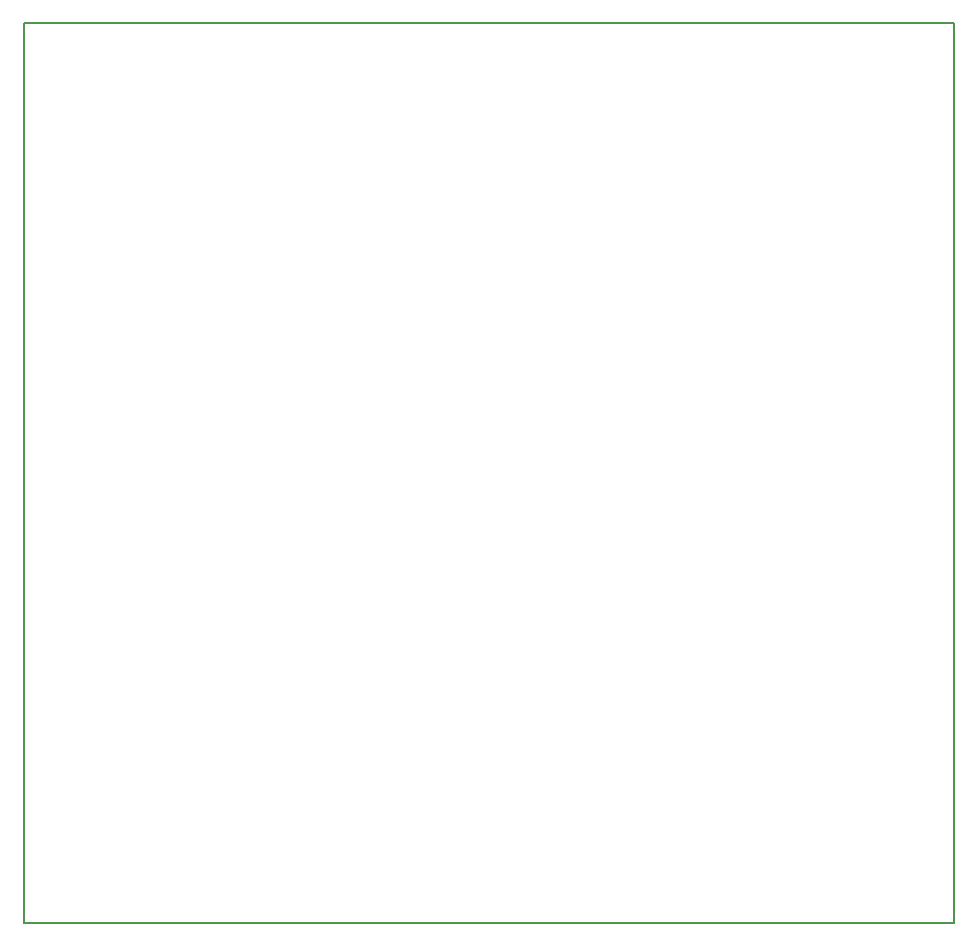
<source format=gbr>
%TF.GenerationSoftware,KiCad,Pcbnew,(6.0.5-0)*%
%TF.CreationDate,2023-12-07T08:40:20-07:00*%
%TF.ProjectId,sega-800-0374,73656761-2d38-4303-902d-303337342e6b,rev?*%
%TF.SameCoordinates,Original*%
%TF.FileFunction,Profile,NP*%
%FSLAX46Y46*%
G04 Gerber Fmt 4.6, Leading zero omitted, Abs format (unit mm)*
G04 Created by KiCad (PCBNEW (6.0.5-0)) date 2023-12-07 08:40:20*
%MOMM*%
%LPD*%
G01*
G04 APERTURE LIST*
%TA.AperFunction,Profile*%
%ADD10C,0.200000*%
%TD*%
G04 APERTURE END LIST*
D10*
X69191500Y-61214000D02*
X147931500Y-61214000D01*
X147931500Y-61214000D02*
X147931500Y-137414000D01*
X147931500Y-137414000D02*
X69191500Y-137414000D01*
X69191500Y-137414000D02*
X69191500Y-61214000D01*
M02*

</source>
